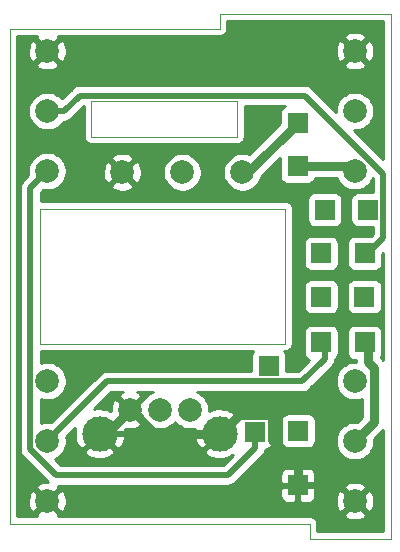
<source format=gbr>
G04 #@! TF.GenerationSoftware,KiCad,Pcbnew,6.0.0-unknown-bc26ccf~86~ubuntu18.04.1*
G04 #@! TF.CreationDate,2019-06-18T13:40:17+01:00*
G04 #@! TF.ProjectId,mouse8,6d6f7573-6538-42e6-9b69-6361645f7063,rev?*
G04 #@! TF.SameCoordinates,Original*
G04 #@! TF.FileFunction,Copper,L2,Bot*
G04 #@! TF.FilePolarity,Positive*
%FSLAX46Y46*%
G04 Gerber Fmt 4.6, Leading zero omitted, Abs format (unit mm)*
G04 Created by KiCad (PCBNEW 6.0.0-unknown-bc26ccf~86~ubuntu18.04.1) date 2019-06-18 13:40:17*
%MOMM*%
%LPD*%
G04 APERTURE LIST*
%ADD10C,0.050000*%
%ADD11R,1.700000X1.700000*%
%ADD12C,2.000000*%
%ADD13C,3.000000*%
%ADD14C,0.800000*%
%ADD15C,0.500000*%
%ADD16C,0.800000*%
%ADD17C,0.250000*%
%ADD18C,0.254000*%
G04 APERTURE END LIST*
D10*
X171653200Y-70916800D02*
X159308800Y-70916800D01*
X184632600Y-63500000D02*
X170180000Y-63500000D01*
X184632600Y-107950000D02*
X177800000Y-107950000D01*
X184632600Y-63500000D02*
X184632600Y-107950000D01*
X154940000Y-91440000D02*
X175717200Y-91440000D01*
X154940000Y-80010000D02*
X175717200Y-80010000D01*
X159308800Y-70916800D02*
X159308800Y-73914000D01*
X171653200Y-73914000D02*
X171653200Y-70916800D01*
X159308800Y-73914000D02*
X171653200Y-73914000D01*
X177800000Y-106680000D02*
X177800000Y-107950000D01*
X152400000Y-106680000D02*
X177800000Y-106680000D01*
X170180000Y-64770000D02*
X152400000Y-64770000D01*
X170180000Y-63500000D02*
X170180000Y-64770000D01*
X154940000Y-91440000D02*
X154940000Y-90805000D01*
X175717200Y-91440000D02*
X175717200Y-90805000D01*
X175717200Y-80010000D02*
X175717200Y-90805000D01*
X154940000Y-90805000D02*
X154940000Y-80010000D01*
X152400000Y-106680000D02*
X152400000Y-64770000D01*
D11*
X182448200Y-91338400D03*
D12*
X167005000Y-76935000D03*
X161925000Y-76935000D03*
X172085000Y-76935000D03*
X155575000Y-71755000D03*
X155575000Y-66675000D03*
X155575000Y-76835000D03*
X181610000Y-71755000D03*
X181610000Y-66675000D03*
X181610000Y-76835000D03*
D11*
X176758600Y-76428600D03*
X178765200Y-83794600D03*
X182448200Y-83794600D03*
X179070000Y-80111600D03*
X178765200Y-91338400D03*
X182422800Y-87477600D03*
X178765200Y-87477600D03*
X174320200Y-93345000D03*
X173151800Y-98933000D03*
X176758600Y-72771000D03*
X176809400Y-98831400D03*
X182727600Y-80111600D03*
X176784000Y-103428800D03*
D12*
X181610000Y-99695000D03*
X181610000Y-104775000D03*
X181610000Y-94615000D03*
D13*
X170180000Y-99060000D03*
X160020000Y-99060000D03*
D12*
X162560000Y-97060000D03*
X165100000Y-97060000D03*
X167640000Y-97060000D03*
X155575000Y-99695000D03*
X155575000Y-104775000D03*
X155575000Y-94615000D03*
D14*
X158191200Y-95123000D03*
D15*
X155575000Y-99695000D02*
X160624999Y-94645001D01*
X160624999Y-94645001D02*
X177164199Y-94645001D01*
X177164199Y-94645001D02*
X179070000Y-92739200D01*
X179070000Y-92739200D02*
X179070000Y-91389200D01*
D16*
X172085000Y-76935000D02*
X172594600Y-76935000D01*
X172594600Y-76935000D02*
X176758600Y-72771000D01*
X176758600Y-76428600D02*
X181203600Y-76428600D01*
X181203600Y-76428600D02*
X181610000Y-76835000D01*
X181610000Y-99695000D02*
X183210001Y-98094999D01*
X183210001Y-98094999D02*
X183210001Y-93496201D01*
X183210001Y-93496201D02*
X182753000Y-93039200D01*
X182753000Y-93039200D02*
X182753000Y-91389200D01*
D15*
X184027601Y-77106599D02*
X184027601Y-82494599D01*
X184027601Y-82494599D02*
X182727600Y-83794600D01*
X177362792Y-70441790D02*
X184027601Y-77106599D01*
X156989213Y-71755000D02*
X158302423Y-70441790D01*
X158302423Y-70441790D02*
X177362792Y-70441790D01*
X155575000Y-71755000D02*
X156989213Y-71755000D01*
D17*
X160020000Y-100330000D02*
X160020000Y-99060000D01*
X182245000Y-66040000D02*
X181610000Y-66675000D01*
D15*
X160020000Y-99060000D02*
X170180000Y-99060000D01*
X180263800Y-103428800D02*
X181610000Y-104775000D01*
X176784000Y-103428800D02*
X180263800Y-103428800D01*
D16*
X171757001Y-97482999D02*
X171679999Y-97560001D01*
X174481801Y-97482999D02*
X171757001Y-97482999D01*
X174601801Y-97602999D02*
X174481801Y-97482999D01*
X174601801Y-99596601D02*
X174601801Y-97602999D01*
X176784000Y-101778800D02*
X174601801Y-99596601D01*
X171679999Y-97560001D02*
X170180000Y-99060000D01*
X176784000Y-103428800D02*
X176784000Y-101778800D01*
X160560000Y-99060000D02*
X162560000Y-97060000D01*
X160020000Y-99060000D02*
X160560000Y-99060000D01*
X168058680Y-99060000D02*
X170180000Y-99060000D01*
X164731998Y-99060000D02*
X168058680Y-99060000D01*
X162731998Y-97060000D02*
X164731998Y-99060000D01*
X162560000Y-97060000D02*
X162731998Y-97060000D01*
D15*
X173151800Y-100283000D02*
X173151800Y-98933000D01*
X170844200Y-102590600D02*
X173151800Y-100283000D01*
X154124999Y-100391001D02*
X156324598Y-102590600D01*
X154124999Y-78285001D02*
X154124999Y-100391001D01*
X156324598Y-102590600D02*
X170844200Y-102590600D01*
X155575000Y-76835000D02*
X154124999Y-78285001D01*
D18*
G36*
X183997600Y-75825019D02*
G01*
X181562580Y-73389999D01*
X181738677Y-73389999D01*
X181992863Y-73349740D01*
X182237622Y-73270213D01*
X182466926Y-73153377D01*
X182675131Y-73002108D01*
X182857108Y-72820131D01*
X183008377Y-72611926D01*
X183125213Y-72382622D01*
X183204740Y-72137863D01*
X183244999Y-71883677D01*
X183244999Y-71626323D01*
X183204740Y-71372137D01*
X183125213Y-71127378D01*
X183008377Y-70898074D01*
X182857108Y-70689869D01*
X182675131Y-70507892D01*
X182466926Y-70356623D01*
X182237622Y-70239787D01*
X181992863Y-70160260D01*
X181738677Y-70120001D01*
X181481323Y-70120001D01*
X181227137Y-70160260D01*
X180982378Y-70239787D01*
X180753074Y-70356623D01*
X180544869Y-70507892D01*
X180362892Y-70689869D01*
X180211623Y-70898074D01*
X180094787Y-71127378D01*
X180015260Y-71372137D01*
X179975001Y-71626323D01*
X179975001Y-71802421D01*
X178029597Y-69857017D01*
X177993981Y-69810601D01*
X177809110Y-69668745D01*
X177593823Y-69579570D01*
X177420793Y-69556790D01*
X177420791Y-69556790D01*
X177362792Y-69549154D01*
X177304793Y-69556790D01*
X158360415Y-69556790D01*
X158302422Y-69549155D01*
X158244429Y-69556790D01*
X158244422Y-69556790D01*
X158071392Y-69579570D01*
X157856105Y-69668745D01*
X157671234Y-69810601D01*
X157635621Y-69857013D01*
X156812437Y-70680198D01*
X156640131Y-70507892D01*
X156431926Y-70356623D01*
X156202622Y-70239787D01*
X155957863Y-70160260D01*
X155703677Y-70120001D01*
X155446323Y-70120001D01*
X155192137Y-70160260D01*
X154947378Y-70239787D01*
X154718074Y-70356623D01*
X154509869Y-70507892D01*
X154327892Y-70689869D01*
X154176623Y-70898074D01*
X154059787Y-71127378D01*
X153980260Y-71372137D01*
X153940001Y-71626323D01*
X153940001Y-71883677D01*
X153980260Y-72137863D01*
X154059787Y-72382622D01*
X154176623Y-72611926D01*
X154327892Y-72820131D01*
X154509869Y-73002108D01*
X154718074Y-73153377D01*
X154947378Y-73270213D01*
X155192137Y-73349740D01*
X155446323Y-73389999D01*
X155703677Y-73389999D01*
X155957863Y-73349740D01*
X156202622Y-73270213D01*
X156431926Y-73153377D01*
X156640131Y-73002108D01*
X156822108Y-72820131D01*
X156951080Y-72642615D01*
X156989213Y-72647636D01*
X157047212Y-72640000D01*
X157047214Y-72640000D01*
X157220244Y-72617220D01*
X157435531Y-72528045D01*
X157620402Y-72386189D01*
X157656018Y-72339773D01*
X158669002Y-71326790D01*
X158673800Y-71326790D01*
X158673801Y-73853975D01*
X158670017Y-73873811D01*
X158673801Y-73933956D01*
X158673801Y-73953944D01*
X158676306Y-73973775D01*
X158680091Y-74033933D01*
X158686333Y-74053143D01*
X158688863Y-74073173D01*
X158711044Y-74129196D01*
X158729669Y-74186518D01*
X158740491Y-74203570D01*
X158747924Y-74222345D01*
X158783340Y-74271091D01*
X158815636Y-74321981D01*
X158830361Y-74335809D01*
X158842228Y-74352142D01*
X158888651Y-74390547D01*
X158932590Y-74431808D01*
X158950289Y-74441538D01*
X158965847Y-74454409D01*
X159020367Y-74480064D01*
X159073183Y-74509100D01*
X159088132Y-74511952D01*
X159111016Y-74522720D01*
X159268612Y-74552783D01*
X159328741Y-74549000D01*
X171593180Y-74549000D01*
X171613011Y-74552783D01*
X171673140Y-74549000D01*
X171693144Y-74549000D01*
X171712991Y-74546493D01*
X171773132Y-74542709D01*
X171792336Y-74536469D01*
X171812373Y-74533938D01*
X171868414Y-74511750D01*
X171925717Y-74493131D01*
X171942763Y-74482313D01*
X171961545Y-74474877D01*
X172010309Y-74439448D01*
X172061180Y-74407164D01*
X172075003Y-74392444D01*
X172091342Y-74380573D01*
X172129757Y-74334138D01*
X172171008Y-74290210D01*
X172180736Y-74272514D01*
X172193609Y-74256954D01*
X172219267Y-74202427D01*
X172248300Y-74149617D01*
X172251151Y-74134670D01*
X172261920Y-74111785D01*
X172291983Y-73954189D01*
X172288200Y-73894060D01*
X172288200Y-71326790D01*
X175676095Y-71326790D01*
X175530704Y-71400871D01*
X175388471Y-71543104D01*
X175297151Y-71722328D01*
X175265685Y-71921000D01*
X175265685Y-72800204D01*
X172662416Y-75403474D01*
X172467863Y-75340260D01*
X172213677Y-75300001D01*
X171956323Y-75300001D01*
X171702137Y-75340260D01*
X171457378Y-75419787D01*
X171228074Y-75536623D01*
X171019869Y-75687892D01*
X170837892Y-75869869D01*
X170686623Y-76078074D01*
X170569787Y-76307378D01*
X170490260Y-76552137D01*
X170450001Y-76806323D01*
X170450001Y-77063677D01*
X170490260Y-77317863D01*
X170569787Y-77562622D01*
X170686623Y-77791926D01*
X170837892Y-78000131D01*
X171019869Y-78182108D01*
X171228074Y-78333377D01*
X171457378Y-78450213D01*
X171702137Y-78529740D01*
X171956323Y-78569999D01*
X172213677Y-78569999D01*
X172467863Y-78529740D01*
X172712622Y-78450213D01*
X172941926Y-78333377D01*
X173150131Y-78182108D01*
X173332108Y-78000131D01*
X173483377Y-77791926D01*
X173600213Y-77562622D01*
X173679740Y-77317863D01*
X173680548Y-77312762D01*
X175265685Y-75727625D01*
X175265685Y-77278600D01*
X175297151Y-77477272D01*
X175388471Y-77656496D01*
X175530704Y-77798729D01*
X175709928Y-77890049D01*
X175908600Y-77921515D01*
X177608600Y-77921515D01*
X177807272Y-77890049D01*
X177986496Y-77798729D01*
X178128729Y-77656496D01*
X178220049Y-77477272D01*
X178222214Y-77463600D01*
X180095285Y-77463600D01*
X180211623Y-77691926D01*
X180362892Y-77900131D01*
X180544869Y-78082108D01*
X180753074Y-78233377D01*
X180982378Y-78350213D01*
X181227137Y-78429740D01*
X181481323Y-78469999D01*
X181738677Y-78469999D01*
X181992863Y-78429740D01*
X182237622Y-78350213D01*
X182466926Y-78233377D01*
X182675131Y-78082108D01*
X182857108Y-77900131D01*
X183008377Y-77691926D01*
X183125213Y-77462622D01*
X183126888Y-77457465D01*
X183142601Y-77473178D01*
X183142601Y-78618685D01*
X181877600Y-78618685D01*
X181678928Y-78650151D01*
X181499704Y-78741471D01*
X181357471Y-78883704D01*
X181266151Y-79062928D01*
X181234685Y-79261600D01*
X181234685Y-80961600D01*
X181266151Y-81160272D01*
X181357471Y-81339496D01*
X181499704Y-81481729D01*
X181678928Y-81573049D01*
X181877600Y-81604515D01*
X183142602Y-81604515D01*
X183142602Y-82128019D01*
X182968936Y-82301685D01*
X181598200Y-82301685D01*
X181399528Y-82333151D01*
X181220304Y-82424471D01*
X181078071Y-82566704D01*
X180986751Y-82745928D01*
X180955285Y-82944600D01*
X180955285Y-84644600D01*
X180986751Y-84843272D01*
X181078071Y-85022496D01*
X181220304Y-85164729D01*
X181399528Y-85256049D01*
X181598200Y-85287515D01*
X183298200Y-85287515D01*
X183496872Y-85256049D01*
X183676096Y-85164729D01*
X183818329Y-85022496D01*
X183909649Y-84843272D01*
X183941115Y-84644600D01*
X183941115Y-83832663D01*
X183997600Y-83776178D01*
X183997601Y-92814767D01*
X183992068Y-92806717D01*
X183920152Y-92742642D01*
X183788000Y-92610490D01*
X183788000Y-92596625D01*
X183818329Y-92566296D01*
X183909649Y-92387072D01*
X183941115Y-92188400D01*
X183941115Y-90488400D01*
X183909649Y-90289728D01*
X183818329Y-90110504D01*
X183676096Y-89968271D01*
X183496872Y-89876951D01*
X183298200Y-89845485D01*
X181598200Y-89845485D01*
X181399528Y-89876951D01*
X181220304Y-89968271D01*
X181078071Y-90110504D01*
X180986751Y-90289728D01*
X180955285Y-90488400D01*
X180955285Y-92188400D01*
X180986751Y-92387072D01*
X181078071Y-92566296D01*
X181220304Y-92708529D01*
X181399528Y-92799849D01*
X181598200Y-92831315D01*
X181718000Y-92831315D01*
X181718000Y-92980001D01*
X181481323Y-92980001D01*
X181227137Y-93020260D01*
X180982378Y-93099787D01*
X180753074Y-93216623D01*
X180544869Y-93367892D01*
X180362892Y-93549869D01*
X180211623Y-93758074D01*
X180094787Y-93987378D01*
X180015260Y-94232137D01*
X179975001Y-94486323D01*
X179975001Y-94743677D01*
X180015260Y-94997863D01*
X180094787Y-95242622D01*
X180211623Y-95471926D01*
X180362892Y-95680131D01*
X180544869Y-95862108D01*
X180753074Y-96013377D01*
X180982378Y-96130213D01*
X181227137Y-96209740D01*
X181481323Y-96249999D01*
X181738677Y-96249999D01*
X181992863Y-96209740D01*
X182175001Y-96150560D01*
X182175001Y-97666288D01*
X181775462Y-98065827D01*
X181738677Y-98060001D01*
X181481323Y-98060001D01*
X181227137Y-98100260D01*
X180982378Y-98179787D01*
X180753074Y-98296623D01*
X180544869Y-98447892D01*
X180362892Y-98629869D01*
X180211623Y-98838074D01*
X180094787Y-99067378D01*
X180015260Y-99312137D01*
X179975001Y-99566323D01*
X179975001Y-99823677D01*
X180015260Y-100077863D01*
X180094787Y-100322622D01*
X180211623Y-100551926D01*
X180362892Y-100760131D01*
X180544869Y-100942108D01*
X180753074Y-101093377D01*
X180982378Y-101210213D01*
X181227137Y-101289740D01*
X181481323Y-101329999D01*
X181738677Y-101329999D01*
X181992863Y-101289740D01*
X182237622Y-101210213D01*
X182466926Y-101093377D01*
X182675131Y-100942108D01*
X182857108Y-100760131D01*
X183008377Y-100551926D01*
X183125213Y-100322622D01*
X183204740Y-100077863D01*
X183244999Y-99823677D01*
X183244999Y-99566323D01*
X183239173Y-99529538D01*
X183916419Y-98852292D01*
X183984805Y-98792635D01*
X183997601Y-98774428D01*
X183997601Y-107315000D01*
X178435000Y-107315000D01*
X178435000Y-106740020D01*
X178438783Y-106720189D01*
X178435000Y-106660060D01*
X178435000Y-106640056D01*
X178432493Y-106620210D01*
X178428709Y-106560067D01*
X178422469Y-106540862D01*
X178419938Y-106520827D01*
X178397752Y-106464790D01*
X178379131Y-106407482D01*
X178368312Y-106390434D01*
X178360877Y-106371655D01*
X178325453Y-106322898D01*
X178293164Y-106272019D01*
X178278442Y-106258194D01*
X178266573Y-106241858D01*
X178220144Y-106203449D01*
X178176210Y-106162192D01*
X178158512Y-106152462D01*
X178142953Y-106139591D01*
X178088433Y-106113936D01*
X178035617Y-106084900D01*
X178020668Y-106082048D01*
X177997784Y-106071280D01*
X177840188Y-106041217D01*
X177780059Y-106045000D01*
X156479425Y-106045000D01*
X156528782Y-105908388D01*
X180656218Y-105908388D01*
X180751639Y-106172498D01*
X180980823Y-106289569D01*
X181225500Y-106369347D01*
X181479644Y-106409867D01*
X181736998Y-106410131D01*
X181991226Y-106370133D01*
X182236067Y-106290857D01*
X182465491Y-106174256D01*
X182468361Y-106172498D01*
X182563782Y-105908388D01*
X181610000Y-104954605D01*
X180656218Y-105908388D01*
X156528782Y-105908388D01*
X155575000Y-104954605D01*
X154621218Y-105908388D01*
X154670575Y-106045000D01*
X153035000Y-106045000D01*
X153035000Y-104901998D01*
X153939869Y-104901998D01*
X153979867Y-105156226D01*
X154059143Y-105401067D01*
X154175744Y-105630491D01*
X154177502Y-105633361D01*
X154441612Y-105728782D01*
X155395395Y-104775000D01*
X155754605Y-104775000D01*
X156708388Y-105728782D01*
X156972498Y-105633361D01*
X157089569Y-105404177D01*
X157169347Y-105159500D01*
X157209867Y-104905356D01*
X157210131Y-104648002D01*
X157170133Y-104393774D01*
X157145919Y-104318989D01*
X175295216Y-104318989D01*
X175325279Y-104476585D01*
X175393590Y-104621754D01*
X175495858Y-104745374D01*
X175625655Y-104839677D01*
X175774827Y-104898739D01*
X175934000Y-104918847D01*
X176498250Y-104913800D01*
X176657000Y-104755050D01*
X176657000Y-103555800D01*
X176911000Y-103555800D01*
X176911000Y-104755050D01*
X177069750Y-104913800D01*
X177634000Y-104918847D01*
X177767375Y-104901998D01*
X179974869Y-104901998D01*
X180014867Y-105156226D01*
X180094143Y-105401067D01*
X180210744Y-105630491D01*
X180212502Y-105633361D01*
X180476612Y-105728782D01*
X181430395Y-104775000D01*
X181789605Y-104775000D01*
X182743388Y-105728782D01*
X183007498Y-105633361D01*
X183124569Y-105404177D01*
X183204347Y-105159500D01*
X183244867Y-104905356D01*
X183245131Y-104648002D01*
X183205133Y-104393774D01*
X183125857Y-104148933D01*
X183009256Y-103919509D01*
X183007498Y-103916639D01*
X182743388Y-103821218D01*
X181789605Y-104775000D01*
X181430395Y-104775000D01*
X180476612Y-103821218D01*
X180212502Y-103916639D01*
X180095431Y-104145823D01*
X180015653Y-104390500D01*
X179975133Y-104644644D01*
X179974869Y-104901998D01*
X177767375Y-104901998D01*
X177793173Y-104898739D01*
X177942345Y-104839677D01*
X178072142Y-104745374D01*
X178174410Y-104621754D01*
X178242721Y-104476585D01*
X178272784Y-104318989D01*
X178269000Y-103714550D01*
X178196062Y-103641612D01*
X180656218Y-103641612D01*
X181610000Y-104595395D01*
X182563782Y-103641612D01*
X182468361Y-103377502D01*
X182239177Y-103260431D01*
X181994500Y-103180653D01*
X181740356Y-103140133D01*
X181483002Y-103139869D01*
X181228774Y-103179867D01*
X180983933Y-103259143D01*
X180754509Y-103375744D01*
X180751639Y-103377502D01*
X180656218Y-103641612D01*
X178196062Y-103641612D01*
X178110250Y-103555800D01*
X176911000Y-103555800D01*
X176657000Y-103555800D01*
X175457750Y-103555800D01*
X175299000Y-103714550D01*
X175295216Y-104318989D01*
X157145919Y-104318989D01*
X157090857Y-104148933D01*
X156974256Y-103919509D01*
X156972498Y-103916639D01*
X156708388Y-103821218D01*
X155754605Y-104775000D01*
X155395395Y-104775000D01*
X154441612Y-103821218D01*
X154177502Y-103916639D01*
X154060431Y-104145823D01*
X153980653Y-104390500D01*
X153940133Y-104644644D01*
X153939869Y-104901998D01*
X153035000Y-104901998D01*
X153035000Y-78285001D01*
X153232363Y-78285001D01*
X153239999Y-78343000D01*
X153240000Y-100332995D01*
X153232363Y-100391001D01*
X153262780Y-100622031D01*
X153351954Y-100837319D01*
X153410087Y-100913079D01*
X153493811Y-101022190D01*
X153540223Y-101057803D01*
X155622467Y-103140048D01*
X155448002Y-103139869D01*
X155193774Y-103179867D01*
X154948933Y-103259143D01*
X154719509Y-103375744D01*
X154716639Y-103377502D01*
X154621218Y-103641612D01*
X155575000Y-104595395D01*
X156528782Y-103641612D01*
X156468803Y-103475600D01*
X170786201Y-103475600D01*
X170844200Y-103483236D01*
X170902199Y-103475600D01*
X170902201Y-103475600D01*
X171075231Y-103452820D01*
X171290518Y-103363645D01*
X171475389Y-103221789D01*
X171511005Y-103175373D01*
X172147767Y-102538611D01*
X175295216Y-102538611D01*
X175299000Y-103143050D01*
X175457750Y-103301800D01*
X176657000Y-103301800D01*
X176657000Y-102102550D01*
X176911000Y-102102550D01*
X176911000Y-103301800D01*
X178110250Y-103301800D01*
X178269000Y-103143050D01*
X178272784Y-102538611D01*
X178242721Y-102381015D01*
X178174410Y-102235846D01*
X178072142Y-102112226D01*
X177942345Y-102017923D01*
X177793173Y-101958861D01*
X177634000Y-101938753D01*
X177069750Y-101943800D01*
X176911000Y-102102550D01*
X176657000Y-102102550D01*
X176498250Y-101943800D01*
X175934000Y-101938753D01*
X175774827Y-101958861D01*
X175625655Y-102017923D01*
X175495858Y-102112226D01*
X175393590Y-102235846D01*
X175325279Y-102381015D01*
X175295216Y-102538611D01*
X172147767Y-102538611D01*
X173736577Y-100949802D01*
X173782989Y-100914189D01*
X173841973Y-100837319D01*
X173924845Y-100729319D01*
X173981554Y-100592410D01*
X174014020Y-100514031D01*
X174026128Y-100422062D01*
X174200472Y-100394449D01*
X174379696Y-100303129D01*
X174521929Y-100160896D01*
X174613249Y-99981672D01*
X174644715Y-99783000D01*
X174644715Y-98083000D01*
X174628624Y-97981400D01*
X175316485Y-97981400D01*
X175316485Y-99681400D01*
X175347951Y-99880072D01*
X175439271Y-100059296D01*
X175581504Y-100201529D01*
X175760728Y-100292849D01*
X175959400Y-100324315D01*
X177659400Y-100324315D01*
X177858072Y-100292849D01*
X178037296Y-100201529D01*
X178179529Y-100059296D01*
X178270849Y-99880072D01*
X178302315Y-99681400D01*
X178302315Y-97981400D01*
X178270849Y-97782728D01*
X178179529Y-97603504D01*
X178037296Y-97461271D01*
X177858072Y-97369951D01*
X177659400Y-97338485D01*
X175959400Y-97338485D01*
X175760728Y-97369951D01*
X175581504Y-97461271D01*
X175439271Y-97603504D01*
X175347951Y-97782728D01*
X175316485Y-97981400D01*
X174628624Y-97981400D01*
X174613249Y-97884328D01*
X174521929Y-97705104D01*
X174379696Y-97562871D01*
X174200472Y-97471551D01*
X174001800Y-97440085D01*
X172301800Y-97440085D01*
X172103128Y-97471551D01*
X171923904Y-97562871D01*
X171781671Y-97705104D01*
X171739827Y-97787227D01*
X171667869Y-97751736D01*
X170359605Y-99060000D01*
X170373748Y-99074143D01*
X170194143Y-99253748D01*
X170180000Y-99239605D01*
X168871736Y-100547869D01*
X169027108Y-100862884D01*
X169283339Y-101003077D01*
X169556273Y-101107075D01*
X169840826Y-101172939D01*
X170131696Y-101199443D01*
X170423467Y-101186094D01*
X170710703Y-101133139D01*
X170988052Y-101041565D01*
X171250348Y-100913079D01*
X171300857Y-100882364D01*
X170477622Y-101705600D01*
X156691177Y-101705600D01*
X156197465Y-101211889D01*
X156202622Y-101210213D01*
X156431926Y-101093377D01*
X156640131Y-100942108D01*
X156822108Y-100760131D01*
X156973377Y-100551926D01*
X156975444Y-100547869D01*
X158711736Y-100547869D01*
X158867108Y-100862884D01*
X159123339Y-101003077D01*
X159396273Y-101107075D01*
X159680826Y-101172939D01*
X159971696Y-101199443D01*
X160263467Y-101186094D01*
X160550703Y-101133139D01*
X160828052Y-101041565D01*
X161090348Y-100913079D01*
X161172892Y-100862884D01*
X161328264Y-100547869D01*
X160020000Y-99239605D01*
X158711736Y-100547869D01*
X156975444Y-100547869D01*
X157090213Y-100322622D01*
X157169740Y-100077863D01*
X157209999Y-99823677D01*
X157209999Y-99566323D01*
X157175168Y-99346410D01*
X157939079Y-98582500D01*
X157907061Y-98720826D01*
X157880557Y-99011696D01*
X157893906Y-99303467D01*
X157946861Y-99590703D01*
X158038435Y-99868052D01*
X158166921Y-100130348D01*
X158217116Y-100212892D01*
X158532131Y-100368264D01*
X159840395Y-99060000D01*
X159826253Y-99045858D01*
X160005858Y-98866253D01*
X160020000Y-98880395D01*
X160034143Y-98866253D01*
X160213748Y-99045858D01*
X160199605Y-99060000D01*
X161507869Y-100368264D01*
X161822884Y-100212892D01*
X161963077Y-99956661D01*
X162067075Y-99683727D01*
X162132939Y-99399174D01*
X162159443Y-99108304D01*
X162146094Y-98816533D01*
X162112400Y-98633773D01*
X162175500Y-98654347D01*
X162429644Y-98694867D01*
X162686998Y-98695131D01*
X162941226Y-98655133D01*
X163186067Y-98575857D01*
X163415491Y-98459256D01*
X163418361Y-98457498D01*
X163513782Y-98193388D01*
X162560000Y-97239605D01*
X162545858Y-97253748D01*
X162366252Y-97074142D01*
X162380395Y-97060000D01*
X161426612Y-96106218D01*
X161162502Y-96201639D01*
X161045431Y-96430823D01*
X160965653Y-96675500D01*
X160925133Y-96929644D01*
X160924936Y-97121451D01*
X160916661Y-97116923D01*
X160643727Y-97012925D01*
X160359174Y-96947061D01*
X160068304Y-96920557D01*
X159776533Y-96933906D01*
X159544984Y-96976594D01*
X160991578Y-95530001D01*
X161977610Y-95530001D01*
X161933933Y-95544143D01*
X161704509Y-95660744D01*
X161701639Y-95662502D01*
X161606218Y-95926612D01*
X162560000Y-96880395D01*
X163513782Y-95926612D01*
X163418361Y-95662502D01*
X163189177Y-95545431D01*
X163141854Y-95530001D01*
X164517885Y-95530001D01*
X164472378Y-95544787D01*
X164243074Y-95661623D01*
X164034869Y-95812892D01*
X163852892Y-95994869D01*
X163755649Y-96128713D01*
X163693388Y-96106218D01*
X162739605Y-97060000D01*
X163693388Y-98013782D01*
X163755649Y-97991287D01*
X163852892Y-98125131D01*
X164034869Y-98307108D01*
X164243074Y-98458377D01*
X164472378Y-98575213D01*
X164717137Y-98654740D01*
X164971323Y-98694999D01*
X165228677Y-98694999D01*
X165482863Y-98654740D01*
X165727622Y-98575213D01*
X165956926Y-98458377D01*
X166165131Y-98307108D01*
X166347108Y-98125131D01*
X166370000Y-98093623D01*
X166392892Y-98125131D01*
X166574869Y-98307108D01*
X166783074Y-98458377D01*
X167012378Y-98575213D01*
X167257137Y-98654740D01*
X167511323Y-98694999D01*
X167768677Y-98694999D01*
X168022863Y-98654740D01*
X168087196Y-98633837D01*
X168067061Y-98720826D01*
X168040557Y-99011696D01*
X168053906Y-99303467D01*
X168106861Y-99590703D01*
X168198435Y-99868052D01*
X168326921Y-100130348D01*
X168377116Y-100212892D01*
X168692131Y-100368264D01*
X170000395Y-99060000D01*
X169986253Y-99045858D01*
X170165858Y-98866253D01*
X170180000Y-98880395D01*
X171488264Y-97572131D01*
X171332892Y-97257116D01*
X171076661Y-97116923D01*
X170803727Y-97012925D01*
X170519174Y-96947061D01*
X170228304Y-96920557D01*
X169936533Y-96933906D01*
X169649297Y-96986861D01*
X169371948Y-97078435D01*
X169274999Y-97125926D01*
X169274999Y-96931323D01*
X169234740Y-96677137D01*
X169155213Y-96432378D01*
X169038377Y-96203074D01*
X168887108Y-95994869D01*
X168705131Y-95812892D01*
X168496926Y-95661623D01*
X168267622Y-95544787D01*
X168222115Y-95530001D01*
X177106200Y-95530001D01*
X177164199Y-95537637D01*
X177222198Y-95530001D01*
X177222200Y-95530001D01*
X177395230Y-95507221D01*
X177610517Y-95418046D01*
X177795388Y-95276190D01*
X177831004Y-95229774D01*
X179654777Y-93406002D01*
X179701189Y-93370389D01*
X179843045Y-93185518D01*
X179932220Y-92970231D01*
X179955000Y-92797201D01*
X179955000Y-92797200D01*
X179962636Y-92739200D01*
X179960767Y-92725002D01*
X179993096Y-92708529D01*
X180135329Y-92566296D01*
X180226649Y-92387072D01*
X180258115Y-92188400D01*
X180258115Y-90488400D01*
X180226649Y-90289728D01*
X180135329Y-90110504D01*
X179993096Y-89968271D01*
X179813872Y-89876951D01*
X179615200Y-89845485D01*
X177915200Y-89845485D01*
X177716528Y-89876951D01*
X177537304Y-89968271D01*
X177395071Y-90110504D01*
X177303751Y-90289728D01*
X177272285Y-90488400D01*
X177272285Y-92188400D01*
X177303751Y-92387072D01*
X177395071Y-92566296D01*
X177537304Y-92708529D01*
X177716528Y-92799849D01*
X177752133Y-92805488D01*
X176797621Y-93760001D01*
X175813115Y-93760001D01*
X175813115Y-92495000D01*
X175781649Y-92296328D01*
X175690329Y-92117104D01*
X175648225Y-92075000D01*
X175657180Y-92075000D01*
X175677011Y-92078783D01*
X175737140Y-92075000D01*
X175757144Y-92075000D01*
X175776991Y-92072493D01*
X175837132Y-92068709D01*
X175856336Y-92062469D01*
X175876373Y-92059938D01*
X175932414Y-92037750D01*
X175989717Y-92019131D01*
X176006763Y-92008313D01*
X176025545Y-92000877D01*
X176074309Y-91965448D01*
X176125180Y-91933164D01*
X176139003Y-91918444D01*
X176155342Y-91906573D01*
X176193757Y-91860138D01*
X176235008Y-91816210D01*
X176244736Y-91798514D01*
X176257609Y-91782954D01*
X176283267Y-91728427D01*
X176312300Y-91675617D01*
X176315151Y-91660670D01*
X176325920Y-91637785D01*
X176355983Y-91480189D01*
X176352200Y-91420060D01*
X176352200Y-86627600D01*
X177272285Y-86627600D01*
X177272285Y-88327600D01*
X177303751Y-88526272D01*
X177395071Y-88705496D01*
X177537304Y-88847729D01*
X177716528Y-88939049D01*
X177915200Y-88970515D01*
X179615200Y-88970515D01*
X179813872Y-88939049D01*
X179993096Y-88847729D01*
X180135329Y-88705496D01*
X180226649Y-88526272D01*
X180258115Y-88327600D01*
X180258115Y-86627600D01*
X180929885Y-86627600D01*
X180929885Y-88327600D01*
X180961351Y-88526272D01*
X181052671Y-88705496D01*
X181194904Y-88847729D01*
X181374128Y-88939049D01*
X181572800Y-88970515D01*
X183272800Y-88970515D01*
X183471472Y-88939049D01*
X183650696Y-88847729D01*
X183792929Y-88705496D01*
X183884249Y-88526272D01*
X183915715Y-88327600D01*
X183915715Y-86627600D01*
X183884249Y-86428928D01*
X183792929Y-86249704D01*
X183650696Y-86107471D01*
X183471472Y-86016151D01*
X183272800Y-85984685D01*
X181572800Y-85984685D01*
X181374128Y-86016151D01*
X181194904Y-86107471D01*
X181052671Y-86249704D01*
X180961351Y-86428928D01*
X180929885Y-86627600D01*
X180258115Y-86627600D01*
X180226649Y-86428928D01*
X180135329Y-86249704D01*
X179993096Y-86107471D01*
X179813872Y-86016151D01*
X179615200Y-85984685D01*
X177915200Y-85984685D01*
X177716528Y-86016151D01*
X177537304Y-86107471D01*
X177395071Y-86249704D01*
X177303751Y-86428928D01*
X177272285Y-86627600D01*
X176352200Y-86627600D01*
X176352200Y-82944600D01*
X177272285Y-82944600D01*
X177272285Y-84644600D01*
X177303751Y-84843272D01*
X177395071Y-85022496D01*
X177537304Y-85164729D01*
X177716528Y-85256049D01*
X177915200Y-85287515D01*
X179615200Y-85287515D01*
X179813872Y-85256049D01*
X179993096Y-85164729D01*
X180135329Y-85022496D01*
X180226649Y-84843272D01*
X180258115Y-84644600D01*
X180258115Y-82944600D01*
X180226649Y-82745928D01*
X180135329Y-82566704D01*
X179993096Y-82424471D01*
X179813872Y-82333151D01*
X179615200Y-82301685D01*
X177915200Y-82301685D01*
X177716528Y-82333151D01*
X177537304Y-82424471D01*
X177395071Y-82566704D01*
X177303751Y-82745928D01*
X177272285Y-82944600D01*
X176352200Y-82944600D01*
X176352200Y-80070020D01*
X176355983Y-80050189D01*
X176352200Y-79990060D01*
X176352200Y-79970056D01*
X176349693Y-79950210D01*
X176345909Y-79890067D01*
X176339669Y-79870862D01*
X176337138Y-79850827D01*
X176314952Y-79794790D01*
X176296331Y-79737482D01*
X176285512Y-79720434D01*
X176278077Y-79701655D01*
X176242653Y-79652898D01*
X176210364Y-79602019D01*
X176195642Y-79588194D01*
X176183773Y-79571858D01*
X176137344Y-79533449D01*
X176093410Y-79492192D01*
X176075712Y-79482462D01*
X176060153Y-79469591D01*
X176005633Y-79443936D01*
X175952817Y-79414900D01*
X175937868Y-79412048D01*
X175914984Y-79401280D01*
X175757388Y-79371217D01*
X175697259Y-79375000D01*
X155009999Y-79375000D01*
X155009999Y-79261600D01*
X177577085Y-79261600D01*
X177577085Y-80961600D01*
X177608551Y-81160272D01*
X177699871Y-81339496D01*
X177842104Y-81481729D01*
X178021328Y-81573049D01*
X178220000Y-81604515D01*
X179920000Y-81604515D01*
X180118672Y-81573049D01*
X180297896Y-81481729D01*
X180440129Y-81339496D01*
X180531449Y-81160272D01*
X180562915Y-80961600D01*
X180562915Y-79261600D01*
X180531449Y-79062928D01*
X180440129Y-78883704D01*
X180297896Y-78741471D01*
X180118672Y-78650151D01*
X179920000Y-78618685D01*
X178220000Y-78618685D01*
X178021328Y-78650151D01*
X177842104Y-78741471D01*
X177699871Y-78883704D01*
X177608551Y-79062928D01*
X177577085Y-79261600D01*
X155009999Y-79261600D01*
X155009999Y-78651579D01*
X155226410Y-78435168D01*
X155446323Y-78469999D01*
X155703677Y-78469999D01*
X155957863Y-78429740D01*
X156202622Y-78350213D01*
X156431926Y-78233377D01*
X156640131Y-78082108D01*
X156653851Y-78068388D01*
X160971218Y-78068388D01*
X161066639Y-78332498D01*
X161295823Y-78449569D01*
X161540500Y-78529347D01*
X161794644Y-78569867D01*
X162051998Y-78570131D01*
X162306226Y-78530133D01*
X162551067Y-78450857D01*
X162780491Y-78334256D01*
X162783361Y-78332498D01*
X162878782Y-78068388D01*
X161925000Y-77114605D01*
X160971218Y-78068388D01*
X156653851Y-78068388D01*
X156822108Y-77900131D01*
X156973377Y-77691926D01*
X157090213Y-77462622D01*
X157169740Y-77217863D01*
X157194426Y-77061998D01*
X160289869Y-77061998D01*
X160329867Y-77316226D01*
X160409143Y-77561067D01*
X160525744Y-77790491D01*
X160527502Y-77793361D01*
X160791612Y-77888782D01*
X161745395Y-76935000D01*
X162104605Y-76935000D01*
X163058388Y-77888782D01*
X163322498Y-77793361D01*
X163439569Y-77564177D01*
X163519347Y-77319500D01*
X163559867Y-77065356D01*
X163560131Y-76808002D01*
X163559867Y-76806323D01*
X165370001Y-76806323D01*
X165370001Y-77063677D01*
X165410260Y-77317863D01*
X165489787Y-77562622D01*
X165606623Y-77791926D01*
X165757892Y-78000131D01*
X165939869Y-78182108D01*
X166148074Y-78333377D01*
X166377378Y-78450213D01*
X166622137Y-78529740D01*
X166876323Y-78569999D01*
X167133677Y-78569999D01*
X167387863Y-78529740D01*
X167632622Y-78450213D01*
X167861926Y-78333377D01*
X168070131Y-78182108D01*
X168252108Y-78000131D01*
X168403377Y-77791926D01*
X168520213Y-77562622D01*
X168599740Y-77317863D01*
X168639999Y-77063677D01*
X168639999Y-76806323D01*
X168599740Y-76552137D01*
X168520213Y-76307378D01*
X168403377Y-76078074D01*
X168252108Y-75869869D01*
X168070131Y-75687892D01*
X167861926Y-75536623D01*
X167632622Y-75419787D01*
X167387863Y-75340260D01*
X167133677Y-75300001D01*
X166876323Y-75300001D01*
X166622137Y-75340260D01*
X166377378Y-75419787D01*
X166148074Y-75536623D01*
X165939869Y-75687892D01*
X165757892Y-75869869D01*
X165606623Y-76078074D01*
X165489787Y-76307378D01*
X165410260Y-76552137D01*
X165370001Y-76806323D01*
X163559867Y-76806323D01*
X163520133Y-76553774D01*
X163440857Y-76308933D01*
X163324256Y-76079509D01*
X163322498Y-76076639D01*
X163058388Y-75981218D01*
X162104605Y-76935000D01*
X161745395Y-76935000D01*
X160791612Y-75981218D01*
X160527502Y-76076639D01*
X160410431Y-76305823D01*
X160330653Y-76550500D01*
X160290133Y-76804644D01*
X160289869Y-77061998D01*
X157194426Y-77061998D01*
X157209999Y-76963677D01*
X157209999Y-76706323D01*
X157169740Y-76452137D01*
X157090213Y-76207378D01*
X156973377Y-75978074D01*
X156845171Y-75801612D01*
X160971218Y-75801612D01*
X161925000Y-76755395D01*
X162878782Y-75801612D01*
X162783361Y-75537502D01*
X162554177Y-75420431D01*
X162309500Y-75340653D01*
X162055356Y-75300133D01*
X161798002Y-75299869D01*
X161543774Y-75339867D01*
X161298933Y-75419143D01*
X161069509Y-75535744D01*
X161066639Y-75537502D01*
X160971218Y-75801612D01*
X156845171Y-75801612D01*
X156822108Y-75769869D01*
X156640131Y-75587892D01*
X156431926Y-75436623D01*
X156202622Y-75319787D01*
X155957863Y-75240260D01*
X155703677Y-75200001D01*
X155446323Y-75200001D01*
X155192137Y-75240260D01*
X154947378Y-75319787D01*
X154718074Y-75436623D01*
X154509869Y-75587892D01*
X154327892Y-75769869D01*
X154176623Y-75978074D01*
X154059787Y-76207378D01*
X153980260Y-76452137D01*
X153940001Y-76706323D01*
X153940001Y-76963677D01*
X153974832Y-77183590D01*
X153540226Y-77618196D01*
X153493810Y-77653812D01*
X153418408Y-77752079D01*
X153351954Y-77838683D01*
X153342659Y-77861123D01*
X153262779Y-78053971D01*
X153239999Y-78227000D01*
X153232363Y-78285001D01*
X153035000Y-78285001D01*
X153035000Y-67808388D01*
X154621218Y-67808388D01*
X154716639Y-68072498D01*
X154945823Y-68189569D01*
X155190500Y-68269347D01*
X155444644Y-68309867D01*
X155701998Y-68310131D01*
X155956226Y-68270133D01*
X156201067Y-68190857D01*
X156430491Y-68074256D01*
X156433361Y-68072498D01*
X156528782Y-67808388D01*
X180656218Y-67808388D01*
X180751639Y-68072498D01*
X180980823Y-68189569D01*
X181225500Y-68269347D01*
X181479644Y-68309867D01*
X181736998Y-68310131D01*
X181991226Y-68270133D01*
X182236067Y-68190857D01*
X182465491Y-68074256D01*
X182468361Y-68072498D01*
X182563782Y-67808388D01*
X181610000Y-66854605D01*
X180656218Y-67808388D01*
X156528782Y-67808388D01*
X155575000Y-66854605D01*
X154621218Y-67808388D01*
X153035000Y-67808388D01*
X153035000Y-66801998D01*
X153939869Y-66801998D01*
X153979867Y-67056226D01*
X154059143Y-67301067D01*
X154175744Y-67530491D01*
X154177502Y-67533361D01*
X154441612Y-67628782D01*
X155395395Y-66675000D01*
X155754605Y-66675000D01*
X156708388Y-67628782D01*
X156972498Y-67533361D01*
X157089569Y-67304177D01*
X157169347Y-67059500D01*
X157209867Y-66805356D01*
X157209870Y-66801998D01*
X179974869Y-66801998D01*
X180014867Y-67056226D01*
X180094143Y-67301067D01*
X180210744Y-67530491D01*
X180212502Y-67533361D01*
X180476612Y-67628782D01*
X181430395Y-66675000D01*
X181789605Y-66675000D01*
X182743388Y-67628782D01*
X183007498Y-67533361D01*
X183124569Y-67304177D01*
X183204347Y-67059500D01*
X183244867Y-66805356D01*
X183245131Y-66548002D01*
X183205133Y-66293774D01*
X183125857Y-66048933D01*
X183009256Y-65819509D01*
X183007498Y-65816639D01*
X182743388Y-65721218D01*
X181789605Y-66675000D01*
X181430395Y-66675000D01*
X180476612Y-65721218D01*
X180212502Y-65816639D01*
X180095431Y-66045823D01*
X180015653Y-66290500D01*
X179975133Y-66544644D01*
X179974869Y-66801998D01*
X157209870Y-66801998D01*
X157210131Y-66548002D01*
X157170133Y-66293774D01*
X157090857Y-66048933D01*
X156974256Y-65819509D01*
X156972498Y-65816639D01*
X156708388Y-65721218D01*
X155754605Y-66675000D01*
X155395395Y-66675000D01*
X154441612Y-65721218D01*
X154177502Y-65816639D01*
X154060431Y-66045823D01*
X153980653Y-66290500D01*
X153940133Y-66544644D01*
X153939869Y-66801998D01*
X153035000Y-66801998D01*
X153035000Y-65405000D01*
X154670575Y-65405000D01*
X154621218Y-65541612D01*
X155575000Y-66495395D01*
X156528782Y-65541612D01*
X180656218Y-65541612D01*
X181610000Y-66495395D01*
X182563782Y-65541612D01*
X182468361Y-65277502D01*
X182239177Y-65160431D01*
X181994500Y-65080653D01*
X181740356Y-65040133D01*
X181483002Y-65039869D01*
X181228774Y-65079867D01*
X180983933Y-65159143D01*
X180754509Y-65275744D01*
X180751639Y-65277502D01*
X180656218Y-65541612D01*
X156528782Y-65541612D01*
X156479425Y-65405000D01*
X170119981Y-65405000D01*
X170139812Y-65408783D01*
X170199941Y-65405000D01*
X170219944Y-65405000D01*
X170239790Y-65402493D01*
X170299933Y-65398709D01*
X170319138Y-65392469D01*
X170339173Y-65389938D01*
X170395210Y-65367752D01*
X170452518Y-65349131D01*
X170469566Y-65338312D01*
X170488345Y-65330877D01*
X170537102Y-65295453D01*
X170587981Y-65263164D01*
X170601806Y-65248442D01*
X170618142Y-65236573D01*
X170656554Y-65190141D01*
X170697808Y-65146210D01*
X170707536Y-65128514D01*
X170720409Y-65112954D01*
X170746067Y-65058427D01*
X170775100Y-65005617D01*
X170777951Y-64990670D01*
X170788720Y-64967785D01*
X170818783Y-64810189D01*
X170815000Y-64750060D01*
X170815000Y-64135000D01*
X183997600Y-64135000D01*
X183997600Y-75825019D01*
X183997600Y-75825019D01*
G37*
X183997600Y-75825019D02*
X181562580Y-73389999D01*
X181738677Y-73389999D01*
X181992863Y-73349740D01*
X182237622Y-73270213D01*
X182466926Y-73153377D01*
X182675131Y-73002108D01*
X182857108Y-72820131D01*
X183008377Y-72611926D01*
X183125213Y-72382622D01*
X183204740Y-72137863D01*
X183244999Y-71883677D01*
X183244999Y-71626323D01*
X183204740Y-71372137D01*
X183125213Y-71127378D01*
X183008377Y-70898074D01*
X182857108Y-70689869D01*
X182675131Y-70507892D01*
X182466926Y-70356623D01*
X182237622Y-70239787D01*
X181992863Y-70160260D01*
X181738677Y-70120001D01*
X181481323Y-70120001D01*
X181227137Y-70160260D01*
X180982378Y-70239787D01*
X180753074Y-70356623D01*
X180544869Y-70507892D01*
X180362892Y-70689869D01*
X180211623Y-70898074D01*
X180094787Y-71127378D01*
X180015260Y-71372137D01*
X179975001Y-71626323D01*
X179975001Y-71802421D01*
X178029597Y-69857017D01*
X177993981Y-69810601D01*
X177809110Y-69668745D01*
X177593823Y-69579570D01*
X177420793Y-69556790D01*
X177420791Y-69556790D01*
X177362792Y-69549154D01*
X177304793Y-69556790D01*
X158360415Y-69556790D01*
X158302422Y-69549155D01*
X158244429Y-69556790D01*
X158244422Y-69556790D01*
X158071392Y-69579570D01*
X157856105Y-69668745D01*
X157671234Y-69810601D01*
X157635621Y-69857013D01*
X156812437Y-70680198D01*
X156640131Y-70507892D01*
X156431926Y-70356623D01*
X156202622Y-70239787D01*
X155957863Y-70160260D01*
X155703677Y-70120001D01*
X155446323Y-70120001D01*
X155192137Y-70160260D01*
X154947378Y-70239787D01*
X154718074Y-70356623D01*
X154509869Y-70507892D01*
X154327892Y-70689869D01*
X154176623Y-70898074D01*
X154059787Y-71127378D01*
X153980260Y-71372137D01*
X153940001Y-71626323D01*
X153940001Y-71883677D01*
X153980260Y-72137863D01*
X154059787Y-72382622D01*
X154176623Y-72611926D01*
X154327892Y-72820131D01*
X154509869Y-73002108D01*
X154718074Y-73153377D01*
X154947378Y-73270213D01*
X155192137Y-73349740D01*
X155446323Y-73389999D01*
X155703677Y-73389999D01*
X155957863Y-73349740D01*
X156202622Y-73270213D01*
X156431926Y-73153377D01*
X156640131Y-73002108D01*
X156822108Y-72820131D01*
X156951080Y-72642615D01*
X156989213Y-72647636D01*
X157047212Y-72640000D01*
X157047214Y-72640000D01*
X157220244Y-72617220D01*
X157435531Y-72528045D01*
X157620402Y-72386189D01*
X157656018Y-72339773D01*
X158669002Y-71326790D01*
X158673800Y-71326790D01*
X158673801Y-73853975D01*
X158670017Y-73873811D01*
X158673801Y-73933956D01*
X158673801Y-73953944D01*
X158676306Y-73973775D01*
X158680091Y-74033933D01*
X158686333Y-74053143D01*
X158688863Y-74073173D01*
X158711044Y-74129196D01*
X158729669Y-74186518D01*
X158740491Y-74203570D01*
X158747924Y-74222345D01*
X158783340Y-74271091D01*
X158815636Y-74321981D01*
X158830361Y-74335809D01*
X158842228Y-74352142D01*
X158888651Y-74390547D01*
X158932590Y-74431808D01*
X158950289Y-74441538D01*
X158965847Y-74454409D01*
X159020367Y-74480064D01*
X159073183Y-74509100D01*
X159088132Y-74511952D01*
X159111016Y-74522720D01*
X159268612Y-74552783D01*
X159328741Y-74549000D01*
X171593180Y-74549000D01*
X171613011Y-74552783D01*
X171673140Y-74549000D01*
X171693144Y-74549000D01*
X171712991Y-74546493D01*
X171773132Y-74542709D01*
X171792336Y-74536469D01*
X171812373Y-74533938D01*
X171868414Y-74511750D01*
X171925717Y-74493131D01*
X171942763Y-74482313D01*
X171961545Y-74474877D01*
X172010309Y-74439448D01*
X172061180Y-74407164D01*
X172075003Y-74392444D01*
X172091342Y-74380573D01*
X172129757Y-74334138D01*
X172171008Y-74290210D01*
X172180736Y-74272514D01*
X172193609Y-74256954D01*
X172219267Y-74202427D01*
X172248300Y-74149617D01*
X172251151Y-74134670D01*
X172261920Y-74111785D01*
X172291983Y-73954189D01*
X172288200Y-73894060D01*
X172288200Y-71326790D01*
X175676095Y-71326790D01*
X175530704Y-71400871D01*
X175388471Y-71543104D01*
X175297151Y-71722328D01*
X175265685Y-71921000D01*
X175265685Y-72800204D01*
X172662416Y-75403474D01*
X172467863Y-75340260D01*
X172213677Y-75300001D01*
X171956323Y-75300001D01*
X171702137Y-75340260D01*
X171457378Y-75419787D01*
X171228074Y-75536623D01*
X171019869Y-75687892D01*
X170837892Y-75869869D01*
X170686623Y-76078074D01*
X170569787Y-76307378D01*
X170490260Y-76552137D01*
X170450001Y-76806323D01*
X170450001Y-77063677D01*
X170490260Y-77317863D01*
X170569787Y-77562622D01*
X170686623Y-77791926D01*
X170837892Y-78000131D01*
X171019869Y-78182108D01*
X171228074Y-78333377D01*
X171457378Y-78450213D01*
X171702137Y-78529740D01*
X171956323Y-78569999D01*
X172213677Y-78569999D01*
X172467863Y-78529740D01*
X172712622Y-78450213D01*
X172941926Y-78333377D01*
X173150131Y-78182108D01*
X173332108Y-78000131D01*
X173483377Y-77791926D01*
X173600213Y-77562622D01*
X173679740Y-77317863D01*
X173680548Y-77312762D01*
X175265685Y-75727625D01*
X175265685Y-77278600D01*
X175297151Y-77477272D01*
X175388471Y-77656496D01*
X175530704Y-77798729D01*
X175709928Y-77890049D01*
X175908600Y-77921515D01*
X177608600Y-77921515D01*
X177807272Y-77890049D01*
X177986496Y-77798729D01*
X178128729Y-77656496D01*
X178220049Y-77477272D01*
X178222214Y-77463600D01*
X180095285Y-77463600D01*
X180211623Y-77691926D01*
X180362892Y-77900131D01*
X180544869Y-78082108D01*
X180753074Y-78233377D01*
X180982378Y-78350213D01*
X181227137Y-78429740D01*
X181481323Y-78469999D01*
X181738677Y-78469999D01*
X181992863Y-78429740D01*
X182237622Y-78350213D01*
X182466926Y-78233377D01*
X182675131Y-78082108D01*
X182857108Y-77900131D01*
X183008377Y-77691926D01*
X183125213Y-77462622D01*
X183126888Y-77457465D01*
X183142601Y-77473178D01*
X183142601Y-78618685D01*
X181877600Y-78618685D01*
X181678928Y-78650151D01*
X181499704Y-78741471D01*
X181357471Y-78883704D01*
X181266151Y-79062928D01*
X181234685Y-79261600D01*
X181234685Y-80961600D01*
X181266151Y-81160272D01*
X181357471Y-81339496D01*
X181499704Y-81481729D01*
X181678928Y-81573049D01*
X181877600Y-81604515D01*
X183142602Y-81604515D01*
X183142602Y-82128019D01*
X182968936Y-82301685D01*
X181598200Y-82301685D01*
X181399528Y-82333151D01*
X181220304Y-82424471D01*
X181078071Y-82566704D01*
X180986751Y-82745928D01*
X180955285Y-82944600D01*
X180955285Y-84644600D01*
X180986751Y-84843272D01*
X181078071Y-85022496D01*
X181220304Y-85164729D01*
X181399528Y-85256049D01*
X181598200Y-85287515D01*
X183298200Y-85287515D01*
X183496872Y-85256049D01*
X183676096Y-85164729D01*
X183818329Y-85022496D01*
X183909649Y-84843272D01*
X183941115Y-84644600D01*
X183941115Y-83832663D01*
X183997600Y-83776178D01*
X183997601Y-92814767D01*
X183992068Y-92806717D01*
X183920152Y-92742642D01*
X183788000Y-92610490D01*
X183788000Y-92596625D01*
X183818329Y-92566296D01*
X183909649Y-92387072D01*
X183941115Y-92188400D01*
X183941115Y-90488400D01*
X183909649Y-90289728D01*
X183818329Y-90110504D01*
X183676096Y-89968271D01*
X183496872Y-89876951D01*
X183298200Y-89845485D01*
X181598200Y-89845485D01*
X181399528Y-89876951D01*
X181220304Y-89968271D01*
X181078071Y-90110504D01*
X180986751Y-90289728D01*
X180955285Y-90488400D01*
X180955285Y-92188400D01*
X180986751Y-92387072D01*
X181078071Y-92566296D01*
X181220304Y-92708529D01*
X181399528Y-92799849D01*
X181598200Y-92831315D01*
X181718000Y-92831315D01*
X181718000Y-92980001D01*
X181481323Y-92980001D01*
X181227137Y-93020260D01*
X180982378Y-93099787D01*
X180753074Y-93216623D01*
X180544869Y-93367892D01*
X180362892Y-93549869D01*
X180211623Y-93758074D01*
X180094787Y-93987378D01*
X180015260Y-94232137D01*
X179975001Y-94486323D01*
X179975001Y-94743677D01*
X180015260Y-94997863D01*
X180094787Y-95242622D01*
X180211623Y-95471926D01*
X180362892Y-95680131D01*
X180544869Y-95862108D01*
X180753074Y-96013377D01*
X180982378Y-96130213D01*
X181227137Y-96209740D01*
X181481323Y-96249999D01*
X181738677Y-96249999D01*
X181992863Y-96209740D01*
X182175001Y-96150560D01*
X182175001Y-97666288D01*
X181775462Y-98065827D01*
X181738677Y-98060001D01*
X181481323Y-98060001D01*
X181227137Y-98100260D01*
X180982378Y-98179787D01*
X180753074Y-98296623D01*
X180544869Y-98447892D01*
X180362892Y-98629869D01*
X180211623Y-98838074D01*
X180094787Y-99067378D01*
X180015260Y-99312137D01*
X179975001Y-99566323D01*
X179975001Y-99823677D01*
X180015260Y-100077863D01*
X180094787Y-100322622D01*
X180211623Y-100551926D01*
X180362892Y-100760131D01*
X180544869Y-100942108D01*
X180753074Y-101093377D01*
X180982378Y-101210213D01*
X181227137Y-101289740D01*
X181481323Y-101329999D01*
X181738677Y-101329999D01*
X181992863Y-101289740D01*
X182237622Y-101210213D01*
X182466926Y-101093377D01*
X182675131Y-100942108D01*
X182857108Y-100760131D01*
X183008377Y-100551926D01*
X183125213Y-100322622D01*
X183204740Y-100077863D01*
X183244999Y-99823677D01*
X183244999Y-99566323D01*
X183239173Y-99529538D01*
X183916419Y-98852292D01*
X183984805Y-98792635D01*
X183997601Y-98774428D01*
X183997601Y-107315000D01*
X178435000Y-107315000D01*
X178435000Y-106740020D01*
X178438783Y-106720189D01*
X178435000Y-106660060D01*
X178435000Y-106640056D01*
X178432493Y-106620210D01*
X178428709Y-106560067D01*
X178422469Y-106540862D01*
X178419938Y-106520827D01*
X178397752Y-106464790D01*
X178379131Y-106407482D01*
X178368312Y-106390434D01*
X178360877Y-106371655D01*
X178325453Y-106322898D01*
X178293164Y-106272019D01*
X178278442Y-106258194D01*
X178266573Y-106241858D01*
X178220144Y-106203449D01*
X178176210Y-106162192D01*
X178158512Y-106152462D01*
X178142953Y-106139591D01*
X178088433Y-106113936D01*
X178035617Y-106084900D01*
X178020668Y-106082048D01*
X177997784Y-106071280D01*
X177840188Y-106041217D01*
X177780059Y-106045000D01*
X156479425Y-106045000D01*
X156528782Y-105908388D01*
X180656218Y-105908388D01*
X180751639Y-106172498D01*
X180980823Y-106289569D01*
X181225500Y-106369347D01*
X181479644Y-106409867D01*
X181736998Y-106410131D01*
X181991226Y-106370133D01*
X182236067Y-106290857D01*
X182465491Y-106174256D01*
X182468361Y-106172498D01*
X182563782Y-105908388D01*
X181610000Y-104954605D01*
X180656218Y-105908388D01*
X156528782Y-105908388D01*
X155575000Y-104954605D01*
X154621218Y-105908388D01*
X154670575Y-106045000D01*
X153035000Y-106045000D01*
X153035000Y-104901998D01*
X153939869Y-104901998D01*
X153979867Y-105156226D01*
X154059143Y-105401067D01*
X154175744Y-105630491D01*
X154177502Y-105633361D01*
X154441612Y-105728782D01*
X155395395Y-104775000D01*
X155754605Y-104775000D01*
X156708388Y-105728782D01*
X156972498Y-105633361D01*
X157089569Y-105404177D01*
X157169347Y-105159500D01*
X157209867Y-104905356D01*
X157210131Y-104648002D01*
X157170133Y-104393774D01*
X157145919Y-104318989D01*
X175295216Y-104318989D01*
X175325279Y-104476585D01*
X175393590Y-104621754D01*
X175495858Y-104745374D01*
X175625655Y-104839677D01*
X175774827Y-104898739D01*
X175934000Y-104918847D01*
X176498250Y-104913800D01*
X176657000Y-104755050D01*
X176657000Y-103555800D01*
X176911000Y-103555800D01*
X176911000Y-104755050D01*
X177069750Y-104913800D01*
X177634000Y-104918847D01*
X177767375Y-104901998D01*
X179974869Y-104901998D01*
X180014867Y-105156226D01*
X180094143Y-105401067D01*
X180210744Y-105630491D01*
X180212502Y-105633361D01*
X180476612Y-105728782D01*
X181430395Y-104775000D01*
X181789605Y-104775000D01*
X182743388Y-105728782D01*
X183007498Y-105633361D01*
X183124569Y-105404177D01*
X183204347Y-105159500D01*
X183244867Y-104905356D01*
X183245131Y-104648002D01*
X183205133Y-104393774D01*
X183125857Y-104148933D01*
X183009256Y-103919509D01*
X183007498Y-103916639D01*
X182743388Y-103821218D01*
X181789605Y-104775000D01*
X181430395Y-104775000D01*
X180476612Y-103821218D01*
X180212502Y-103916639D01*
X180095431Y-104145823D01*
X180015653Y-104390500D01*
X179975133Y-104644644D01*
X179974869Y-104901998D01*
X177767375Y-104901998D01*
X177793173Y-104898739D01*
X177942345Y-104839677D01*
X178072142Y-104745374D01*
X178174410Y-104621754D01*
X178242721Y-104476585D01*
X178272784Y-104318989D01*
X178269000Y-103714550D01*
X178196062Y-103641612D01*
X180656218Y-103641612D01*
X181610000Y-104595395D01*
X182563782Y-103641612D01*
X182468361Y-103377502D01*
X182239177Y-103260431D01*
X181994500Y-103180653D01*
X181740356Y-103140133D01*
X181483002Y-103139869D01*
X181228774Y-103179867D01*
X180983933Y-103259143D01*
X180754509Y-103375744D01*
X180751639Y-103377502D01*
X180656218Y-103641612D01*
X178196062Y-103641612D01*
X178110250Y-103555800D01*
X176911000Y-103555800D01*
X176657000Y-103555800D01*
X175457750Y-103555800D01*
X175299000Y-103714550D01*
X175295216Y-104318989D01*
X157145919Y-104318989D01*
X157090857Y-104148933D01*
X156974256Y-103919509D01*
X156972498Y-103916639D01*
X156708388Y-103821218D01*
X155754605Y-104775000D01*
X155395395Y-104775000D01*
X154441612Y-103821218D01*
X154177502Y-103916639D01*
X154060431Y-104145823D01*
X153980653Y-104390500D01*
X153940133Y-104644644D01*
X153939869Y-104901998D01*
X153035000Y-104901998D01*
X153035000Y-78285001D01*
X153232363Y-78285001D01*
X153239999Y-78343000D01*
X153240000Y-100332995D01*
X153232363Y-100391001D01*
X153262780Y-100622031D01*
X153351954Y-100837319D01*
X153410087Y-100913079D01*
X153493811Y-101022190D01*
X153540223Y-101057803D01*
X155622467Y-103140048D01*
X155448002Y-103139869D01*
X155193774Y-103179867D01*
X154948933Y-103259143D01*
X154719509Y-103375744D01*
X154716639Y-103377502D01*
X154621218Y-103641612D01*
X155575000Y-104595395D01*
X156528782Y-103641612D01*
X156468803Y-103475600D01*
X170786201Y-103475600D01*
X170844200Y-103483236D01*
X170902199Y-103475600D01*
X170902201Y-103475600D01*
X171075231Y-103452820D01*
X171290518Y-103363645D01*
X171475389Y-103221789D01*
X171511005Y-103175373D01*
X172147767Y-102538611D01*
X175295216Y-102538611D01*
X175299000Y-103143050D01*
X175457750Y-103301800D01*
X176657000Y-103301800D01*
X176657000Y-102102550D01*
X176911000Y-102102550D01*
X176911000Y-103301800D01*
X178110250Y-103301800D01*
X178269000Y-103143050D01*
X178272784Y-102538611D01*
X178242721Y-102381015D01*
X178174410Y-102235846D01*
X178072142Y-102112226D01*
X177942345Y-102017923D01*
X177793173Y-101958861D01*
X177634000Y-101938753D01*
X177069750Y-101943800D01*
X176911000Y-102102550D01*
X176657000Y-102102550D01*
X176498250Y-101943800D01*
X175934000Y-101938753D01*
X175774827Y-101958861D01*
X175625655Y-102017923D01*
X175495858Y-102112226D01*
X175393590Y-102235846D01*
X175325279Y-102381015D01*
X175295216Y-102538611D01*
X172147767Y-102538611D01*
X173736577Y-100949802D01*
X173782989Y-100914189D01*
X173841973Y-100837319D01*
X173924845Y-100729319D01*
X173981554Y-100592410D01*
X174014020Y-100514031D01*
X174026128Y-100422062D01*
X174200472Y-100394449D01*
X174379696Y-100303129D01*
X174521929Y-100160896D01*
X174613249Y-99981672D01*
X174644715Y-99783000D01*
X174644715Y-98083000D01*
X174628624Y-97981400D01*
X175316485Y-97981400D01*
X175316485Y-99681400D01*
X175347951Y-99880072D01*
X175439271Y-100059296D01*
X175581504Y-100201529D01*
X175760728Y-100292849D01*
X175959400Y-100324315D01*
X177659400Y-100324315D01*
X177858072Y-100292849D01*
X178037296Y-100201529D01*
X178179529Y-100059296D01*
X178270849Y-99880072D01*
X178302315Y-99681400D01*
X178302315Y-97981400D01*
X178270849Y-97782728D01*
X178179529Y-97603504D01*
X178037296Y-97461271D01*
X177858072Y-97369951D01*
X177659400Y-97338485D01*
X175959400Y-97338485D01*
X175760728Y-97369951D01*
X175581504Y-97461271D01*
X175439271Y-97603504D01*
X175347951Y-97782728D01*
X175316485Y-97981400D01*
X174628624Y-97981400D01*
X174613249Y-97884328D01*
X174521929Y-97705104D01*
X174379696Y-97562871D01*
X174200472Y-97471551D01*
X174001800Y-97440085D01*
X172301800Y-97440085D01*
X172103128Y-97471551D01*
X171923904Y-97562871D01*
X171781671Y-97705104D01*
X171739827Y-97787227D01*
X171667869Y-97751736D01*
X170359605Y-99060000D01*
X170373748Y-99074143D01*
X170194143Y-99253748D01*
X170180000Y-99239605D01*
X168871736Y-100547869D01*
X169027108Y-100862884D01*
X169283339Y-101003077D01*
X169556273Y-101107075D01*
X169840826Y-101172939D01*
X170131696Y-101199443D01*
X170423467Y-101186094D01*
X170710703Y-101133139D01*
X170988052Y-101041565D01*
X171250348Y-100913079D01*
X171300857Y-100882364D01*
X170477622Y-101705600D01*
X156691177Y-101705600D01*
X156197465Y-101211889D01*
X156202622Y-101210213D01*
X156431926Y-101093377D01*
X156640131Y-100942108D01*
X156822108Y-100760131D01*
X156973377Y-100551926D01*
X156975444Y-100547869D01*
X158711736Y-100547869D01*
X158867108Y-100862884D01*
X159123339Y-101003077D01*
X159396273Y-101107075D01*
X159680826Y-101172939D01*
X159971696Y-101199443D01*
X160263467Y-101186094D01*
X160550703Y-101133139D01*
X160828052Y-101041565D01*
X161090348Y-100913079D01*
X161172892Y-100862884D01*
X161328264Y-100547869D01*
X160020000Y-99239605D01*
X158711736Y-100547869D01*
X156975444Y-100547869D01*
X157090213Y-100322622D01*
X157169740Y-100077863D01*
X157209999Y-99823677D01*
X157209999Y-99566323D01*
X157175168Y-99346410D01*
X157939079Y-98582500D01*
X157907061Y-98720826D01*
X157880557Y-99011696D01*
X157893906Y-99303467D01*
X157946861Y-99590703D01*
X158038435Y-99868052D01*
X158166921Y-100130348D01*
X158217116Y-100212892D01*
X158532131Y-100368264D01*
X159840395Y-99060000D01*
X159826253Y-99045858D01*
X160005858Y-98866253D01*
X160020000Y-98880395D01*
X160034143Y-98866253D01*
X160213748Y-99045858D01*
X160199605Y-99060000D01*
X161507869Y-100368264D01*
X161822884Y-100212892D01*
X161963077Y-99956661D01*
X162067075Y-99683727D01*
X162132939Y-99399174D01*
X162159443Y-99108304D01*
X162146094Y-98816533D01*
X162112400Y-98633773D01*
X162175500Y-98654347D01*
X162429644Y-98694867D01*
X162686998Y-98695131D01*
X162941226Y-98655133D01*
X163186067Y-98575857D01*
X163415491Y-98459256D01*
X163418361Y-98457498D01*
X163513782Y-98193388D01*
X162560000Y-97239605D01*
X162545858Y-97253748D01*
X162366252Y-97074142D01*
X162380395Y-97060000D01*
X161426612Y-96106218D01*
X161162502Y-96201639D01*
X161045431Y-96430823D01*
X160965653Y-96675500D01*
X160925133Y-96929644D01*
X160924936Y-97121451D01*
X160916661Y-97116923D01*
X160643727Y-97012925D01*
X160359174Y-96947061D01*
X160068304Y-96920557D01*
X159776533Y-96933906D01*
X159544984Y-96976594D01*
X160991578Y-95530001D01*
X161977610Y-95530001D01*
X161933933Y-95544143D01*
X161704509Y-95660744D01*
X161701639Y-95662502D01*
X161606218Y-95926612D01*
X162560000Y-96880395D01*
X163513782Y-95926612D01*
X163418361Y-95662502D01*
X163189177Y-95545431D01*
X163141854Y-95530001D01*
X164517885Y-95530001D01*
X164472378Y-95544787D01*
X164243074Y-95661623D01*
X164034869Y-95812892D01*
X163852892Y-95994869D01*
X163755649Y-96128713D01*
X163693388Y-96106218D01*
X162739605Y-97060000D01*
X163693388Y-98013782D01*
X163755649Y-97991287D01*
X163852892Y-98125131D01*
X164034869Y-98307108D01*
X164243074Y-98458377D01*
X164472378Y-98575213D01*
X164717137Y-98654740D01*
X164971323Y-98694999D01*
X165228677Y-98694999D01*
X165482863Y-98654740D01*
X165727622Y-98575213D01*
X165956926Y-98458377D01*
X166165131Y-98307108D01*
X166347108Y-98125131D01*
X166370000Y-98093623D01*
X166392892Y-98125131D01*
X166574869Y-98307108D01*
X166783074Y-98458377D01*
X167012378Y-98575213D01*
X167257137Y-98654740D01*
X167511323Y-98694999D01*
X167768677Y-98694999D01*
X168022863Y-98654740D01*
X168087196Y-98633837D01*
X168067061Y-98720826D01*
X168040557Y-99011696D01*
X168053906Y-99303467D01*
X168106861Y-99590703D01*
X168198435Y-99868052D01*
X168326921Y-100130348D01*
X168377116Y-100212892D01*
X168692131Y-100368264D01*
X170000395Y-99060000D01*
X169986253Y-99045858D01*
X170165858Y-98866253D01*
X170180000Y-98880395D01*
X171488264Y-97572131D01*
X171332892Y-97257116D01*
X171076661Y-97116923D01*
X170803727Y-97012925D01*
X170519174Y-96947061D01*
X170228304Y-96920557D01*
X169936533Y-96933906D01*
X169649297Y-96986861D01*
X169371948Y-97078435D01*
X169274999Y-97125926D01*
X169274999Y-96931323D01*
X169234740Y-96677137D01*
X169155213Y-96432378D01*
X169038377Y-96203074D01*
X168887108Y-95994869D01*
X168705131Y-95812892D01*
X168496926Y-95661623D01*
X168267622Y-95544787D01*
X168222115Y-95530001D01*
X177106200Y-95530001D01*
X177164199Y-95537637D01*
X177222198Y-95530001D01*
X177222200Y-95530001D01*
X177395230Y-95507221D01*
X177610517Y-95418046D01*
X177795388Y-95276190D01*
X177831004Y-95229774D01*
X179654777Y-93406002D01*
X179701189Y-93370389D01*
X179843045Y-93185518D01*
X179932220Y-92970231D01*
X179955000Y-92797201D01*
X179955000Y-92797200D01*
X179962636Y-92739200D01*
X179960767Y-92725002D01*
X179993096Y-92708529D01*
X180135329Y-92566296D01*
X180226649Y-92387072D01*
X180258115Y-92188400D01*
X180258115Y-90488400D01*
X180226649Y-90289728D01*
X180135329Y-90110504D01*
X179993096Y-89968271D01*
X179813872Y-89876951D01*
X179615200Y-89845485D01*
X177915200Y-89845485D01*
X177716528Y-89876951D01*
X177537304Y-89968271D01*
X177395071Y-90110504D01*
X177303751Y-90289728D01*
X177272285Y-90488400D01*
X177272285Y-92188400D01*
X177303751Y-92387072D01*
X177395071Y-92566296D01*
X177537304Y-92708529D01*
X177716528Y-92799849D01*
X177752133Y-92805488D01*
X176797621Y-93760001D01*
X175813115Y-93760001D01*
X175813115Y-92495000D01*
X175781649Y-92296328D01*
X175690329Y-92117104D01*
X175648225Y-92075000D01*
X175657180Y-92075000D01*
X175677011Y-92078783D01*
X175737140Y-92075000D01*
X175757144Y-92075000D01*
X175776991Y-92072493D01*
X175837132Y-92068709D01*
X175856336Y-92062469D01*
X175876373Y-92059938D01*
X175932414Y-92037750D01*
X175989717Y-92019131D01*
X176006763Y-92008313D01*
X176025545Y-92000877D01*
X176074309Y-91965448D01*
X176125180Y-91933164D01*
X176139003Y-91918444D01*
X176155342Y-91906573D01*
X176193757Y-91860138D01*
X176235008Y-91816210D01*
X176244736Y-91798514D01*
X176257609Y-91782954D01*
X176283267Y-91728427D01*
X176312300Y-91675617D01*
X176315151Y-91660670D01*
X176325920Y-91637785D01*
X176355983Y-91480189D01*
X176352200Y-91420060D01*
X176352200Y-86627600D01*
X177272285Y-86627600D01*
X177272285Y-88327600D01*
X177303751Y-88526272D01*
X177395071Y-88705496D01*
X177537304Y-88847729D01*
X177716528Y-88939049D01*
X177915200Y-88970515D01*
X179615200Y-88970515D01*
X179813872Y-88939049D01*
X179993096Y-88847729D01*
X180135329Y-88705496D01*
X180226649Y-88526272D01*
X180258115Y-88327600D01*
X180258115Y-86627600D01*
X180929885Y-86627600D01*
X180929885Y-88327600D01*
X180961351Y-88526272D01*
X181052671Y-88705496D01*
X181194904Y-88847729D01*
X181374128Y-88939049D01*
X181572800Y-88970515D01*
X183272800Y-88970515D01*
X183471472Y-88939049D01*
X183650696Y-88847729D01*
X183792929Y-88705496D01*
X183884249Y-88526272D01*
X183915715Y-88327600D01*
X183915715Y-86627600D01*
X183884249Y-86428928D01*
X183792929Y-86249704D01*
X183650696Y-86107471D01*
X183471472Y-86016151D01*
X183272800Y-85984685D01*
X181572800Y-85984685D01*
X181374128Y-86016151D01*
X181194904Y-86107471D01*
X181052671Y-86249704D01*
X180961351Y-86428928D01*
X180929885Y-86627600D01*
X180258115Y-86627600D01*
X180226649Y-86428928D01*
X180135329Y-86249704D01*
X179993096Y-86107471D01*
X179813872Y-86016151D01*
X179615200Y-85984685D01*
X177915200Y-85984685D01*
X177716528Y-86016151D01*
X177537304Y-86107471D01*
X177395071Y-86249704D01*
X177303751Y-86428928D01*
X177272285Y-86627600D01*
X176352200Y-86627600D01*
X176352200Y-82944600D01*
X177272285Y-82944600D01*
X177272285Y-84644600D01*
X177303751Y-84843272D01*
X177395071Y-85022496D01*
X177537304Y-85164729D01*
X177716528Y-85256049D01*
X177915200Y-85287515D01*
X179615200Y-85287515D01*
X179813872Y-85256049D01*
X179993096Y-85164729D01*
X180135329Y-85022496D01*
X180226649Y-84843272D01*
X180258115Y-84644600D01*
X180258115Y-82944600D01*
X180226649Y-82745928D01*
X180135329Y-82566704D01*
X179993096Y-82424471D01*
X179813872Y-82333151D01*
X179615200Y-82301685D01*
X177915200Y-82301685D01*
X177716528Y-82333151D01*
X177537304Y-82424471D01*
X177395071Y-82566704D01*
X177303751Y-82745928D01*
X177272285Y-82944600D01*
X176352200Y-82944600D01*
X176352200Y-80070020D01*
X176355983Y-80050189D01*
X176352200Y-79990060D01*
X176352200Y-79970056D01*
X176349693Y-79950210D01*
X176345909Y-79890067D01*
X176339669Y-79870862D01*
X176337138Y-79850827D01*
X176314952Y-79794790D01*
X176296331Y-79737482D01*
X176285512Y-79720434D01*
X176278077Y-79701655D01*
X176242653Y-79652898D01*
X176210364Y-79602019D01*
X176195642Y-79588194D01*
X176183773Y-79571858D01*
X176137344Y-79533449D01*
X176093410Y-79492192D01*
X176075712Y-79482462D01*
X176060153Y-79469591D01*
X176005633Y-79443936D01*
X175952817Y-79414900D01*
X175937868Y-79412048D01*
X175914984Y-79401280D01*
X175757388Y-79371217D01*
X175697259Y-79375000D01*
X155009999Y-79375000D01*
X155009999Y-79261600D01*
X177577085Y-79261600D01*
X177577085Y-80961600D01*
X177608551Y-81160272D01*
X177699871Y-81339496D01*
X177842104Y-81481729D01*
X178021328Y-81573049D01*
X178220000Y-81604515D01*
X179920000Y-81604515D01*
X180118672Y-81573049D01*
X180297896Y-81481729D01*
X180440129Y-81339496D01*
X180531449Y-81160272D01*
X180562915Y-80961600D01*
X180562915Y-79261600D01*
X180531449Y-79062928D01*
X180440129Y-78883704D01*
X180297896Y-78741471D01*
X180118672Y-78650151D01*
X179920000Y-78618685D01*
X178220000Y-78618685D01*
X178021328Y-78650151D01*
X177842104Y-78741471D01*
X177699871Y-78883704D01*
X177608551Y-79062928D01*
X177577085Y-79261600D01*
X155009999Y-79261600D01*
X155009999Y-78651579D01*
X155226410Y-78435168D01*
X155446323Y-78469999D01*
X155703677Y-78469999D01*
X155957863Y-78429740D01*
X156202622Y-78350213D01*
X156431926Y-78233377D01*
X156640131Y-78082108D01*
X156653851Y-78068388D01*
X160971218Y-78068388D01*
X161066639Y-78332498D01*
X161295823Y-78449569D01*
X161540500Y-78529347D01*
X161794644Y-78569867D01*
X162051998Y-78570131D01*
X162306226Y-78530133D01*
X162551067Y-78450857D01*
X162780491Y-78334256D01*
X162783361Y-78332498D01*
X162878782Y-78068388D01*
X161925000Y-77114605D01*
X160971218Y-78068388D01*
X156653851Y-78068388D01*
X156822108Y-77900131D01*
X156973377Y-77691926D01*
X157090213Y-77462622D01*
X157169740Y-77217863D01*
X157194426Y-77061998D01*
X160289869Y-77061998D01*
X160329867Y-77316226D01*
X160409143Y-77561067D01*
X160525744Y-77790491D01*
X160527502Y-77793361D01*
X160791612Y-77888782D01*
X161745395Y-76935000D01*
X162104605Y-76935000D01*
X163058388Y-77888782D01*
X163322498Y-77793361D01*
X163439569Y-77564177D01*
X163519347Y-77319500D01*
X163559867Y-77065356D01*
X163560131Y-76808002D01*
X163559867Y-76806323D01*
X165370001Y-76806323D01*
X165370001Y-77063677D01*
X165410260Y-77317863D01*
X165489787Y-77562622D01*
X165606623Y-77791926D01*
X165757892Y-78000131D01*
X165939869Y-78182108D01*
X166148074Y-78333377D01*
X166377378Y-78450213D01*
X166622137Y-78529740D01*
X166876323Y-78569999D01*
X167133677Y-78569999D01*
X167387863Y-78529740D01*
X167632622Y-78450213D01*
X167861926Y-78333377D01*
X168070131Y-78182108D01*
X168252108Y-78000131D01*
X168403377Y-77791926D01*
X168520213Y-77562622D01*
X168599740Y-77317863D01*
X168639999Y-77063677D01*
X168639999Y-76806323D01*
X168599740Y-76552137D01*
X168520213Y-76307378D01*
X168403377Y-76078074D01*
X168252108Y-75869869D01*
X168070131Y-75687892D01*
X167861926Y-75536623D01*
X167632622Y-75419787D01*
X167387863Y-75340260D01*
X167133677Y-75300001D01*
X166876323Y-75300001D01*
X166622137Y-75340260D01*
X166377378Y-75419787D01*
X166148074Y-75536623D01*
X165939869Y-75687892D01*
X165757892Y-75869869D01*
X165606623Y-76078074D01*
X165489787Y-76307378D01*
X165410260Y-76552137D01*
X165370001Y-76806323D01*
X163559867Y-76806323D01*
X163520133Y-76553774D01*
X163440857Y-76308933D01*
X163324256Y-76079509D01*
X163322498Y-76076639D01*
X163058388Y-75981218D01*
X162104605Y-76935000D01*
X161745395Y-76935000D01*
X160791612Y-75981218D01*
X160527502Y-76076639D01*
X160410431Y-76305823D01*
X160330653Y-76550500D01*
X160290133Y-76804644D01*
X160289869Y-77061998D01*
X157194426Y-77061998D01*
X157209999Y-76963677D01*
X157209999Y-76706323D01*
X157169740Y-76452137D01*
X157090213Y-76207378D01*
X156973377Y-75978074D01*
X156845171Y-75801612D01*
X160971218Y-75801612D01*
X161925000Y-76755395D01*
X162878782Y-75801612D01*
X162783361Y-75537502D01*
X162554177Y-75420431D01*
X162309500Y-75340653D01*
X162055356Y-75300133D01*
X161798002Y-75299869D01*
X161543774Y-75339867D01*
X161298933Y-75419143D01*
X161069509Y-75535744D01*
X161066639Y-75537502D01*
X160971218Y-75801612D01*
X156845171Y-75801612D01*
X156822108Y-75769869D01*
X156640131Y-75587892D01*
X156431926Y-75436623D01*
X156202622Y-75319787D01*
X155957863Y-75240260D01*
X155703677Y-75200001D01*
X155446323Y-75200001D01*
X155192137Y-75240260D01*
X154947378Y-75319787D01*
X154718074Y-75436623D01*
X154509869Y-75587892D01*
X154327892Y-75769869D01*
X154176623Y-75978074D01*
X154059787Y-76207378D01*
X153980260Y-76452137D01*
X153940001Y-76706323D01*
X153940001Y-76963677D01*
X153974832Y-77183590D01*
X153540226Y-77618196D01*
X153493810Y-77653812D01*
X153418408Y-77752079D01*
X153351954Y-77838683D01*
X153342659Y-77861123D01*
X153262779Y-78053971D01*
X153239999Y-78227000D01*
X153232363Y-78285001D01*
X153035000Y-78285001D01*
X153035000Y-67808388D01*
X154621218Y-67808388D01*
X154716639Y-68072498D01*
X154945823Y-68189569D01*
X155190500Y-68269347D01*
X155444644Y-68309867D01*
X155701998Y-68310131D01*
X155956226Y-68270133D01*
X156201067Y-68190857D01*
X156430491Y-68074256D01*
X156433361Y-68072498D01*
X156528782Y-67808388D01*
X180656218Y-67808388D01*
X180751639Y-68072498D01*
X180980823Y-68189569D01*
X181225500Y-68269347D01*
X181479644Y-68309867D01*
X181736998Y-68310131D01*
X181991226Y-68270133D01*
X182236067Y-68190857D01*
X182465491Y-68074256D01*
X182468361Y-68072498D01*
X182563782Y-67808388D01*
X181610000Y-66854605D01*
X180656218Y-67808388D01*
X156528782Y-67808388D01*
X155575000Y-66854605D01*
X154621218Y-67808388D01*
X153035000Y-67808388D01*
X153035000Y-66801998D01*
X153939869Y-66801998D01*
X153979867Y-67056226D01*
X154059143Y-67301067D01*
X154175744Y-67530491D01*
X154177502Y-67533361D01*
X154441612Y-67628782D01*
X155395395Y-66675000D01*
X155754605Y-66675000D01*
X156708388Y-67628782D01*
X156972498Y-67533361D01*
X157089569Y-67304177D01*
X157169347Y-67059500D01*
X157209867Y-66805356D01*
X157209870Y-66801998D01*
X179974869Y-66801998D01*
X180014867Y-67056226D01*
X180094143Y-67301067D01*
X180210744Y-67530491D01*
X180212502Y-67533361D01*
X180476612Y-67628782D01*
X181430395Y-66675000D01*
X181789605Y-66675000D01*
X182743388Y-67628782D01*
X183007498Y-67533361D01*
X183124569Y-67304177D01*
X183204347Y-67059500D01*
X183244867Y-66805356D01*
X183245131Y-66548002D01*
X183205133Y-66293774D01*
X183125857Y-66048933D01*
X183009256Y-65819509D01*
X183007498Y-65816639D01*
X182743388Y-65721218D01*
X181789605Y-66675000D01*
X181430395Y-66675000D01*
X180476612Y-65721218D01*
X180212502Y-65816639D01*
X180095431Y-66045823D01*
X180015653Y-66290500D01*
X179975133Y-66544644D01*
X179974869Y-66801998D01*
X157209870Y-66801998D01*
X157210131Y-66548002D01*
X157170133Y-66293774D01*
X157090857Y-66048933D01*
X156974256Y-65819509D01*
X156972498Y-65816639D01*
X156708388Y-65721218D01*
X155754605Y-66675000D01*
X155395395Y-66675000D01*
X154441612Y-65721218D01*
X154177502Y-65816639D01*
X154060431Y-66045823D01*
X153980653Y-66290500D01*
X153940133Y-66544644D01*
X153939869Y-66801998D01*
X153035000Y-66801998D01*
X153035000Y-65405000D01*
X154670575Y-65405000D01*
X154621218Y-65541612D01*
X155575000Y-66495395D01*
X156528782Y-65541612D01*
X180656218Y-65541612D01*
X181610000Y-66495395D01*
X182563782Y-65541612D01*
X182468361Y-65277502D01*
X182239177Y-65160431D01*
X181994500Y-65080653D01*
X181740356Y-65040133D01*
X181483002Y-65039869D01*
X181228774Y-65079867D01*
X180983933Y-65159143D01*
X180754509Y-65275744D01*
X180751639Y-65277502D01*
X180656218Y-65541612D01*
X156528782Y-65541612D01*
X156479425Y-65405000D01*
X170119981Y-65405000D01*
X170139812Y-65408783D01*
X170199941Y-65405000D01*
X170219944Y-65405000D01*
X170239790Y-65402493D01*
X170299933Y-65398709D01*
X170319138Y-65392469D01*
X170339173Y-65389938D01*
X170395210Y-65367752D01*
X170452518Y-65349131D01*
X170469566Y-65338312D01*
X170488345Y-65330877D01*
X170537102Y-65295453D01*
X170587981Y-65263164D01*
X170601806Y-65248442D01*
X170618142Y-65236573D01*
X170656554Y-65190141D01*
X170697808Y-65146210D01*
X170707536Y-65128514D01*
X170720409Y-65112954D01*
X170746067Y-65058427D01*
X170775100Y-65005617D01*
X170777951Y-64990670D01*
X170788720Y-64967785D01*
X170818783Y-64810189D01*
X170815000Y-64750060D01*
X170815000Y-64135000D01*
X183997600Y-64135000D01*
X183997600Y-75825019D01*
G36*
X172950071Y-92117104D02*
G01*
X172858751Y-92296328D01*
X172827285Y-92495000D01*
X172827285Y-93760001D01*
X160682991Y-93760001D01*
X160624998Y-93752366D01*
X160567005Y-93760001D01*
X160566998Y-93760001D01*
X160393968Y-93782781D01*
X160241736Y-93845837D01*
X160178680Y-93871956D01*
X160102756Y-93930215D01*
X159993810Y-94013812D01*
X159958197Y-94060224D01*
X155923590Y-98094832D01*
X155703677Y-98060001D01*
X155446323Y-98060001D01*
X155192137Y-98100260D01*
X155009999Y-98159440D01*
X155009999Y-96150560D01*
X155192137Y-96209740D01*
X155446323Y-96249999D01*
X155703677Y-96249999D01*
X155957863Y-96209740D01*
X156202622Y-96130213D01*
X156431926Y-96013377D01*
X156640131Y-95862108D01*
X156822108Y-95680131D01*
X156973377Y-95471926D01*
X157090213Y-95242622D01*
X157169740Y-94997863D01*
X157209999Y-94743677D01*
X157209999Y-94486323D01*
X157169740Y-94232137D01*
X157090213Y-93987378D01*
X156973377Y-93758074D01*
X156822108Y-93549869D01*
X156640131Y-93367892D01*
X156431926Y-93216623D01*
X156202622Y-93099787D01*
X155957863Y-93020260D01*
X155703677Y-92980001D01*
X155446323Y-92980001D01*
X155192137Y-93020260D01*
X155009999Y-93079440D01*
X155009999Y-92075000D01*
X172992175Y-92075000D01*
X172950071Y-92117104D01*
X172950071Y-92117104D01*
G37*
X172950071Y-92117104D02*
X172858751Y-92296328D01*
X172827285Y-92495000D01*
X172827285Y-93760001D01*
X160682991Y-93760001D01*
X160624998Y-93752366D01*
X160567005Y-93760001D01*
X160566998Y-93760001D01*
X160393968Y-93782781D01*
X160241736Y-93845837D01*
X160178680Y-93871956D01*
X160102756Y-93930215D01*
X159993810Y-94013812D01*
X159958197Y-94060224D01*
X155923590Y-98094832D01*
X155703677Y-98060001D01*
X155446323Y-98060001D01*
X155192137Y-98100260D01*
X155009999Y-98159440D01*
X155009999Y-96150560D01*
X155192137Y-96209740D01*
X155446323Y-96249999D01*
X155703677Y-96249999D01*
X155957863Y-96209740D01*
X156202622Y-96130213D01*
X156431926Y-96013377D01*
X156640131Y-95862108D01*
X156822108Y-95680131D01*
X156973377Y-95471926D01*
X157090213Y-95242622D01*
X157169740Y-94997863D01*
X157209999Y-94743677D01*
X157209999Y-94486323D01*
X157169740Y-94232137D01*
X157090213Y-93987378D01*
X156973377Y-93758074D01*
X156822108Y-93549869D01*
X156640131Y-93367892D01*
X156431926Y-93216623D01*
X156202622Y-93099787D01*
X155957863Y-93020260D01*
X155703677Y-92980001D01*
X155446323Y-92980001D01*
X155192137Y-93020260D01*
X155009999Y-93079440D01*
X155009999Y-92075000D01*
X172992175Y-92075000D01*
X172950071Y-92117104D01*
M02*

</source>
